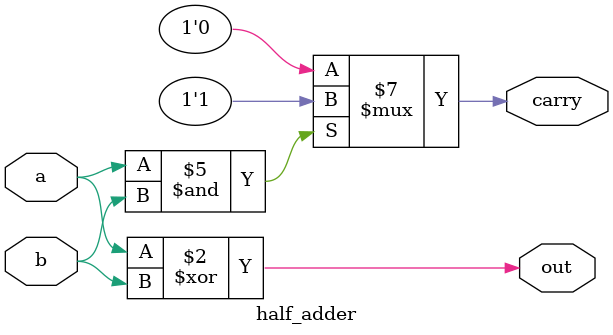
<source format=v>
`timescale 1ns/1ps

module half_adder(a, b, carry, out);
    input a;
    input b;
    output reg carry;
    output reg out;

    always @(a, b)
    begin
        out = a^b;
        if (a == 1'b1 & b == 1'b1)
            carry = 1'b1;
        else 
            carry = 1'b0;
    end
endmodule
</source>
